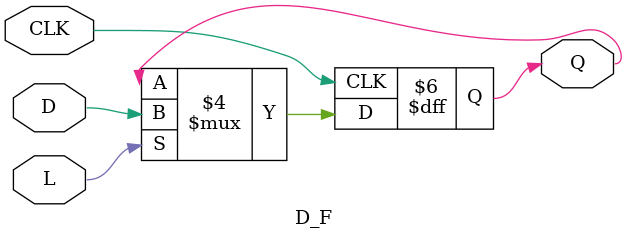
<source format=v>
`timescale 1ns / 1ps


module RegisterWithLoad(

input [3:0]D,
input CLK ,L,
output [3:0]Q

);


D_F D1(D[0],CLK,L,Q[0]);
D_F D2(D[1],CLK,L,Q[1]);
D_F D3(D[2],CLK,L,Q[2]);
D_F D4(D[3],CLK,L,Q[3]);



endmodule

module D_F(input D,CLK,L,output reg Q);


always @(posedge CLK)
 begin
 
 
   if(L==1'b0)
     Q=Q;
   else 
     Q=D;
 end
 
 
endmodule 


</source>
